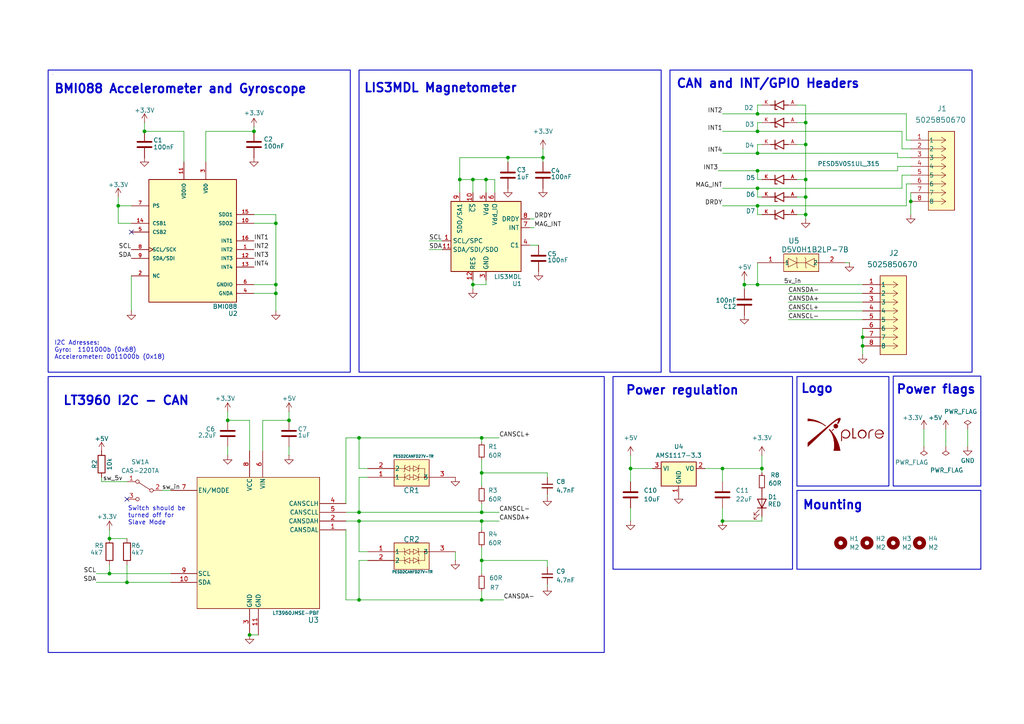
<source format=kicad_sch>
(kicad_sch (version 20231120) (generator "eeschema") (generator_version "8.0")
  (paper "A4")
  (lib_symbols
    (symbol "0_graphic:Xplore_Logo" (pin_numbers hide) (pin_names (offset 0) hide) (in_bom no))
    (symbol "502585670:5025850670" (pin_names (offset 0.254))
      (property "Reference" "J1" (at 13.97 -7.6199 0))
      (property "Value" "5025850670" (at 13.97 -10.1599 0))
      (symbol "5025850670_1_1"
        (pin unspecified line (at 0 0 0) (length 5.08) (name "1") (number "1"))
        (pin unspecified line (at 0 -2.54 0) (length 5.08) (name "2") (number "2"))
        (pin unspecified line (at 0 -5.08 0) (length 5.08) (name "3") (number "3"))
        (pin unspecified line (at 0 -7.62 0) (length 5.08) (name "4") (number "4"))
        (pin unspecified line (at 0 -10.16 0) (length 5.08) (name "5") (number "5"))
        (pin unspecified line (at 0 -12.7 0) (length 5.08) (name "6") (number "6"))
        (pin unspecified line (at 0 -15.24 0) (length 5.08) (name "7") (number "7"))
        (pin unspecified line (at 0 -17.78 0) (length 5.08) (name "8") (number "8"))
      )
      (symbol "5025850670_1_2"
        (pin unspecified line (at 0 0 0) (length 5.08) (name "1") (number "1"))
        (pin unspecified line (at 0 -2.54 0) (length 5.08) (name "2") (number "2"))
        (pin unspecified line (at 0 -5.08 0) (length 5.08) (name "3") (number "3"))
        (pin unspecified line (at 0 -7.62 0) (length 5.08) (name "4") (number "4"))
        (pin unspecified line (at 0 -10.16 0) (length 5.08) (name "5") (number "5"))
        (pin unspecified line (at 0 -12.7 0) (length 5.08) (name "6") (number "6"))
        (pin unspecified line (at 0 -15.24 0) (length 5.08) (name "7") (number "7"))
        (pin unspecified line (at 0 -17.78 0) (length 5.08) (name "8") (number "8"))
      )
    )
    (symbol "BMI088:BMI088" (pin_names (offset 1.016))
      (property "Reference" "U1" (at -7.874 -20.066 0))
      (property "Value" "BMI088" (at -5.588 -22.606 0))
      (symbol "BMI088_0_0"
        (pin bidirectional line (at 17.78 -2.54 180) (length 5.08) (name "INT2") (number "1"))
        (pin output line (at 17.78 5.08 180) (length 5.08) (name "SDO2") (number "10"))
        (pin power_in line (at -2.54 22.86 270) (length 5.08) (name "VDDIO") (number "11"))
        (pin bidirectional line (at 17.78 -5.08 180) (length 5.08) (name "INT3") (number "12"))
        (pin bidirectional line (at 17.78 -7.62 180) (length 5.08) (name "INT4") (number "13"))
        (pin input line (at -17.78 5.08 0) (length 5.08) (name "CSB1") (number "14"))
        (pin output line (at 17.78 7.62 180) (length 5.08) (name "SDO1") (number "15"))
        (pin bidirectional line (at 17.78 0 180) (length 5.08) (name "INT1") (number "16"))
        (pin passive line (at -17.78 -10.16 0) (length 5.08) (name "NC") (number "2"))
        (pin power_in line (at 3.81 22.86 270) (length 5.08) (name "VDD") (number "3"))
        (pin power_in line (at 17.78 -15.24 180) (length 5.08) (name "GNDA") (number "4"))
        (pin input line (at -17.78 2.54 0) (length 5.08) (name "CSB2") (number "5"))
        (pin power_in line (at 17.78 -12.7 180) (length 5.08) (name "GNDIO") (number "6"))
        (pin input line (at -17.78 10.16 0) (length 5.08) (name "PS") (number "7"))
        (pin input clock (at -17.78 -2.54 0) (length 5.08) (name "SCL/SCK") (number "8"))
        (pin bidirectional line (at -17.78 -5.08 0) (length 5.08) (name "SDA/SDI") (number "9"))
      )
    )
    (symbol "D5V0H1B2LP_7B:D5V0H1B2LP-7B" (pin_names (offset 0.254))
      (property "Reference" "U5" (at 10.922 4.064 0))
      (property "Value" "D5V0H1B2LP-7B" (at 2.54 -4.064 0))
      (symbol "D5V0H1B2LP-7B_1_1"
        (pin unspecified line (at 0 0 0) (length 7.62) (name "1") (number "1"))
        (pin unspecified line (at 25.4 0 180) (length 7.62) (name "2") (number "2"))
      )
    )
    (symbol "Device:C" (pin_numbers hide) (pin_names (offset 0.254))
      (property "Reference" "C" (at 0.635 2.54 0))
      (property "Value" "C" (at 0.635 -2.54 0))
      (symbol "C_1_1"
        (pin passive line (at 0 3.81 270) (length 2.794) (name "~") (number "1"))
        (pin passive line (at 0 -3.81 90) (length 2.794) (name "~") (number "2"))
      )
    )
    (symbol "Device:C_Small" (pin_numbers hide) (pin_names (offset 0.254) hide)
      (property "Reference" "C" (at 0.254 1.778 0))
      (property "Value" "C_Small" (at 0.254 -2.032 0))
      (symbol "C_Small_1_1"
        (pin passive line (at 0 2.54 270) (length 2.032) (name "~") (number "1"))
        (pin passive line (at 0 -2.54 90) (length 2.032) (name "~") (number "2"))
      )
    )
    (symbol "Device:LED" (pin_numbers hide) (pin_names (offset 1.016) hide)
      (property "Reference" "D" (at 0 2.54 0))
      (property "Value" "LED" (at 0 -2.54 0))
      (symbol "LED_1_1"
        (pin passive line (at -3.81 0 0) (length 2.54) (name "K") (number "1"))
        (pin passive line (at 3.81 0 180) (length 2.54) (name "A") (number "2"))
      )
    )
    (symbol "Device:R" (pin_numbers hide) (pin_names (offset 0))
      (property "Reference" "R" (at 2.032 0 90))
      (property "Value" "R" (at 0 0 90))
      (symbol "R_1_1"
        (pin passive line (at 0 3.81 270) (length 1.27) (name "~") (number "1"))
        (pin passive line (at 0 -3.81 90) (length 1.27) (name "~") (number "2"))
      )
    )
    (symbol "Device:R_Small" (pin_numbers hide) (pin_names (offset 0.254) hide)
      (property "Reference" "R" (at 0.762 0.508 0))
      (property "Value" "R_Small" (at 0.762 -1.016 0))
      (symbol "R_Small_1_1"
        (pin passive line (at 0 2.54 270) (length 0.762) (name "~") (number "1"))
        (pin passive line (at 0 -2.54 90) (length 0.762) (name "~") (number "2"))
      )
    )
    (symbol "I2C-CAN Bridge:LT3960JMSE-PBF" (pin_names (offset 0.254))
      (property "Reference" "U3" (at 41.656 -34.544 0))
      (property "Value" "LT3960JMSE-PBF" (at 36.576 -36.576 0))
      (symbol "LT3960JMSE-PBF_0_1"
        (pin bidirectional line (at 50.8 -10.16 180) (length 7.62) (name "CANSDAL") (number "1"))
        (pin bidirectional line (at 0 -25.4 0) (length 7.62) (name "SDA") (number "10"))
        (pin power_out line (at 25.4 -40.64 90) (length 7.62) (name "GND") (number "11"))
        (pin bidirectional line (at 50.8 -7.62 180) (length 7.62) (name "CANSDAH") (number "2"))
        (pin power_out line (at 22.86 -40.64 90) (length 7.62) (name "GND") (number "3"))
        (pin bidirectional line (at 50.8 -2.54 180) (length 7.62) (name "CANSCLH") (number "4"))
        (pin bidirectional line (at 50.8 -5.08 180) (length 7.62) (name "CANSCLL") (number "5"))
        (pin power_in line (at 26.67 12.7 270) (length 7.62) (name "VIN") (number "6"))
        (pin input line (at 0 1.27 0) (length 7.62) (name "EN/MODE") (number "7"))
        (pin power_in line (at 22.86 12.7 270) (length 7.62) (name "VCC") (number "8"))
        (pin bidirectional line (at 0 -22.86 0) (length 7.62) (name "SCL") (number "9"))
      )
    )
    (symbol "Mechanical:MountingHole" (pin_names (offset 1.016)) (exclude_from_sim yes) (in_bom no)
      (property "Reference" "H" (at 0 5.08 0))
      (property "Value" "MountingHole" (at 0 3.175 0))
    )
    (symbol "PESD2CANFD27V-TR_1" (pin_names (offset 0.254))
      (property "Reference" "CR1" (at 12.7 -10.16 0))
      (property "Value" "PESD2CANFD27V-TR" (at 12.7 -7.62 0))
      (symbol "PESD2CANFD27V-TR_1_0_1"
        (pin unspecified line (at 0 0 0) (length 7.62) (name "1") (number "1"))
        (pin unspecified line (at 0 -2.54 0) (length 7.62) (name "2") (number "2"))
        (pin unspecified line (at 25.4 0 180) (length 7.62) (name "3") (number "3"))
      )
    )
    (symbol "PESD5V0S1UL_315:PESD5V0S1UL_315" (pin_names (offset 1.016))
      (property "Reference" "D" (at -5.08 2.54 0))
      (property "Value" "PESD5V0S1UL_315" (at -5.08 -3.81 0))
      (symbol "PESD5V0S1UL_315_0_0"
        (pin passive line (at -5.08 0 0) (length 2.54) (name "~") (number "A"))
        (pin passive line (at 5.08 0 180) (length 2.54) (name "~") (number "K"))
      )
    )
    (symbol "PWR_FLAG_1" (power) (pin_numbers hide) (pin_names (offset 0) hide)
      (property "Value" "PWR_FLAG" (at 0 3.81 0))
      (symbol "PWR_FLAG_1_0_0"
        (pin power_out line (at 0 0 90) (length 0) (name "~") (number "1"))
      )
    )
    (symbol "Regulator_Linear:AMS1117-3.3"
      (property "Reference" "U" (at -3.81 3.175 0))
      (property "Value" "AMS1117-3.3" (at 0 3.175 0))
      (symbol "AMS1117-3.3_1_1"
        (pin power_in line (at 0 -7.62 90) (length 2.54) (name "GND") (number "1"))
        (pin power_out line (at 7.62 0 180) (length 2.54) (name "VO") (number "2"))
        (pin power_in line (at -7.62 0 0) (length 2.54) (name "VI") (number "3"))
      )
    )
    (symbol "Sensor_Magnetic:LIS3MDL"
      (property "Reference" "U2" (at 2.1941 -12.7 0))
      (property "Value" "LIS3MDL" (at 2.1941 -15.24 0))
      (symbol "LIS3MDL_1_1"
        (pin input line (at -12.7 -1.27 0) (length 2.54) (name "SCL/SPC") (number "1"))
        (pin input line (at -3.81 12.7 270) (length 2.54) (name "~{CS}") (number "10"))
        (pin bidirectional line (at -12.7 -3.81 0) (length 2.54) (name "SDA/SDI/SDO") (number "11"))
        (pin passive line (at 0 -12.7 90) (length 2.54) hide (name "GND") (number "12"))
        (pin power_in line (at -3.81 -12.7 90) (length 2.54) (name "RES") (number "12"))
        (pin passive line (at 0 -12.7 90) (length 2.54) hide (name "GND") (number "2"))
        (pin power_in line (at 0 -12.7 90) (length 2.54) (name "GND") (number "3"))
        (pin power_out line (at 12.7 -2.54 180) (length 2.54) (name "C1") (number "4"))
        (pin power_in line (at 0 12.7 270) (length 2.54) (name "Vdd") (number "5"))
        (pin power_in line (at 2.54 12.7 270) (length 2.54) (name "Vdd_IO") (number "6"))
        (pin output line (at 12.7 2.54 180) (length 2.54) (name "INT") (number "7"))
        (pin output line (at 12.7 5.08 180) (length 2.54) (name "DRDY") (number "8"))
        (pin bidirectional line (at -7.62 12.7 270) (length 2.54) (name "SDO/SA1") (number "9"))
      )
    )
    (symbol "Switch:SW_DPDT_x2" (pin_names (offset 0) hide)
      (property "Reference" "SW" (at 0 4.318 0))
      (property "Value" "SW_DPDT_x2" (at 0 -5.08 0))
      (symbol "SW_DPDT_x2_1_1"
        (pin passive line (at 5.08 2.54 180) (length 2.54) (name "A") (number "1"))
        (pin passive line (at -5.08 0 0) (length 2.54) (name "B") (number "2"))
        (pin passive line (at 5.08 -2.54 180) (length 2.54) (name "C") (number "3"))
      )
      (symbol "SW_DPDT_x2_2_1"
        (pin passive line (at 5.08 2.54 180) (length 2.54) (name "A") (number "4"))
        (pin passive line (at -5.08 0 0) (length 2.54) (name "B") (number "5"))
        (pin passive line (at 5.08 -2.54 180) (length 2.54) (name "C") (number "6"))
      )
    )
    (symbol "power:+3.3V" (power) (pin_numbers hide) (pin_names (offset 0) hide)
      (property "Value" "+3.3V" (at 0 3.556 0))
      (symbol "+3.3V_1_1"
        (pin power_in line (at 0 0 90) (length 0) (name "~") (number "1"))
      )
    )
    (symbol "power:+5V" (power) (pin_numbers hide) (pin_names (offset 0) hide)
      (property "Value" "+5V" (at 0 3.556 0))
      (symbol "+5V_1_1"
        (pin power_in line (at 0 0 90) (length 0) (name "~") (number "1"))
      )
    )
    (symbol "power:GND" (power) (pin_numbers hide) (pin_names (offset 0) hide)
      (property "Value" "GND" (at 0 -3.81 0))
      (symbol "GND_1_1"
        (pin power_in line (at 0 0 270) (length 0) (name "~") (number "1"))
      )
    )
  )
  (junction (at 157.48 45.72))
  (junction (at 219.71 44.45))
  (junction (at 139.7 162.56))
  (junction (at 215.9 82.55))
  (junction (at 147.32 45.72))
  (junction (at 264.16 58.42))
  (junction (at 219.71 59.69))
  (junction (at 139.7 151.13))
  (junction (at 104.14 127))
  (junction (at 80.01 85.09))
  (junction (at 36.83 168.91))
  (junction (at 140.97 52.07))
  (junction (at 209.55 151.13))
  (junction (at 31.75 156.21))
  (junction (at 139.7 173.99))
  (junction (at 137.16 82.55))
  (junction (at 219.71 38.1))
  (junction (at 219.71 49.53))
  (junction (at 139.7 148.59))
  (junction (at 80.01 64.77))
  (junction (at 219.71 33.02))
  (junction (at 233.68 41.91))
  (junction (at 209.55 135.89))
  (junction (at 104.14 151.13))
  (junction (at 139.7 137.16))
  (junction (at 72.39 184.15))
  (junction (at 104.14 148.59))
  (junction (at 233.68 62.23))
  (junction (at 66.04 121.92))
  (junction (at 137.16 52.07))
  (junction (at 133.35 52.07))
  (junction (at 139.7 127))
  (junction (at 219.71 54.61))
  (junction (at 233.68 57.15))
  (junction (at 250.19 100.33))
  (junction (at 250.19 97.79))
  (junction (at 31.75 166.37))
  (junction (at 233.68 35.56))
  (junction (at 233.68 52.07))
  (junction (at 41.91 38.1))
  (junction (at 220.98 135.89))
  (junction (at 34.29 59.69))
  (junction (at 73.66 38.1))
  (junction (at 219.71 82.55))
  (junction (at 80.01 82.55))
  (junction (at 83.82 121.92))
  (junction (at 182.88 135.89))
  (junction (at 104.14 173.99))
  (no_connect (at 38.1 67.31))
  (no_connect (at 36.83 144.78))
  (wire (pts (xy 80.01 82.55) (xy 80.01 85.09)))
  (wire (pts (xy 59.69 38.1) (xy 73.66 38.1)))
  (wire (pts (xy 139.7 162.56) (xy 158.75 162.56)))
  (wire (pts (xy 260.35 48.26) (xy 264.16 48.26)))
  (wire (pts (xy 100.33 127) (xy 100.33 146.05)))
  (wire (pts (xy 209.55 135.89) (xy 220.98 135.89)))
  (wire (pts (xy 36.83 139.7) (xy 29.464 139.7)))
  (wire (pts (xy 231.14 35.56) (xy 233.68 35.56)))
  (wire (pts (xy 264.16 55.88) (xy 264.16 58.42)))
  (wire (pts (xy 80.01 82.55) (xy 73.66 82.55)))
  (wire (pts (xy 31.75 166.37) (xy 49.53 166.37)))
  (wire (pts (xy 139.7 148.59) (xy 144.78 148.59)))
  (wire (pts (xy 80.01 85.09) (xy 73.66 85.09)))
  (wire (pts (xy 158.75 162.56) (xy 158.75 164.465)))
  (wire (pts (xy 139.7 162.56) (xy 139.7 166.37)))
  (wire (pts (xy 220.98 132.08) (xy 220.98 135.89)))
  (wire (pts (xy 231.14 62.23) (xy 233.68 62.23)))
  (wire (pts (xy 157.48 43.18) (xy 157.48 45.72)))
  (wire (pts (xy 100.33 148.59) (xy 104.14 148.59)))
  (wire (pts (xy 72.39 121.92) (xy 66.04 121.92)))
  (wire (pts (xy 204.47 135.89) (xy 209.55 135.89)))
  (wire (pts (xy 267.97 124.46) (xy 267.97 129.54)))
  (wire (pts (xy 29.464 139.7) (xy 29.464 138.43)))
  (wire (pts (xy 219.71 35.56) (xy 220.98 35.56)))
  (wire (pts (xy 140.97 82.55) (xy 140.97 81.28)))
  (wire (pts (xy 182.88 135.89) (xy 189.23 135.89)))
  (wire (pts (xy 143.51 52.07) (xy 140.97 52.07)))
  (wire (pts (xy 219.71 49.53) (xy 208.28 49.53)))
  (wire (pts (xy 250.19 97.79) (xy 250.19 100.33)))
  (wire (pts (xy 106.68 162.56) (xy 104.14 162.56)))
  (wire (pts (xy 219.71 38.1) (xy 219.71 35.56)))
  (wire (pts (xy 219.71 54.61) (xy 209.55 54.61)))
  (wire (pts (xy 233.68 30.48) (xy 231.14 30.48)))
  (wire (pts (xy 137.16 82.55) (xy 140.97 82.55)))
  (wire (pts (xy 46.99 142.24) (xy 49.53 142.24)))
  (wire (pts (xy 220.98 137.16) (xy 220.98 135.89)))
  (wire (pts (xy 140.97 52.07) (xy 140.97 55.88)))
  (wire (pts (xy 215.9 83.82) (xy 215.9 82.55)))
  (wire (pts (xy 106.68 135.89) (xy 104.14 135.89)))
  (wire (pts (xy 157.48 45.72) (xy 147.32 45.72)))
  (wire (pts (xy 104.14 151.13) (xy 139.7 151.13)))
  (wire (pts (xy 139.7 146.05) (xy 139.7 148.59)))
  (wire (pts (xy 153.67 71.12) (xy 156.21 71.12)))
  (wire (pts (xy 143.51 55.88) (xy 143.51 52.07)))
  (wire (pts (xy 209.55 33.02) (xy 219.71 33.02)))
  (wire (pts (xy 209.55 139.7) (xy 209.55 135.89)))
  (wire (pts (xy 133.35 45.72) (xy 133.35 52.07)))
  (wire (pts (xy 80.01 85.09) (xy 80.01 90.17)))
  (wire (pts (xy 72.39 130.81) (xy 72.39 121.92)))
  (wire (pts (xy 139.7 127) (xy 144.78 127)))
  (wire (pts (xy 147.32 45.72) (xy 133.35 45.72)))
  (wire (pts (xy 231.14 57.15) (xy 233.68 57.15)))
  (wire (pts (xy 219.71 44.45) (xy 219.71 41.91)))
  (wire (pts (xy 219.71 62.23) (xy 220.98 62.23)))
  (wire (pts (xy 233.68 52.07) (xy 233.68 57.15)))
  (wire (pts (xy 137.16 52.07) (xy 137.16 55.88)))
  (wire (pts (xy 261.62 38.1) (xy 261.62 43.18)))
  (wire (pts (xy 219.71 82.55) (xy 219.71 76.2)))
  (wire (pts (xy 104.14 148.59) (xy 139.7 148.59)))
  (wire (pts (xy 219.71 59.69) (xy 262.89 59.69)))
  (wire (pts (xy 250.19 100.33) (xy 250.19 102.87)))
  (wire (pts (xy 34.29 59.69) (xy 38.1 59.69)))
  (wire (pts (xy 219.71 57.15) (xy 219.71 54.61)))
  (wire (pts (xy 73.66 62.23) (xy 80.01 62.23)))
  (wire (pts (xy 104.14 173.99) (xy 139.7 173.99)))
  (wire (pts (xy 219.71 30.48) (xy 219.71 33.02)))
  (wire (pts (xy 27.94 166.37) (xy 31.75 166.37)))
  (wire (pts (xy 219.71 59.69) (xy 209.55 59.69)))
  (wire (pts (xy 139.7 137.16) (xy 139.7 140.97)))
  (wire (pts (xy 139.7 171.45) (xy 139.7 173.99)))
  (wire (pts (xy 73.66 36.83) (xy 73.66 38.1)))
  (wire (pts (xy 83.82 119.38) (xy 83.82 121.92)))
  (wire (pts (xy 104.14 127) (xy 139.7 127)))
  (wire (pts (xy 124.46 69.85) (xy 128.27 69.85)))
  (wire (pts (xy 158.75 137.16) (xy 158.75 138.43)))
  (wire (pts (xy 139.7 133.35) (xy 139.7 137.16)))
  (wire (pts (xy 80.01 64.77) (xy 73.66 64.77)))
  (wire (pts (xy 76.2 121.92) (xy 83.82 121.92)))
  (wire (pts (xy 38.1 80.01) (xy 38.1 90.17)))
  (wire (pts (xy 219.71 62.23) (xy 219.71 59.69)))
  (wire (pts (xy 260.35 49.53) (xy 260.35 48.26)))
  (wire (pts (xy 137.16 83.82) (xy 137.16 82.55)))
  (wire (pts (xy 220.98 149.86) (xy 220.98 151.13)))
  (wire (pts (xy 139.7 137.16) (xy 158.75 137.16)))
  (wire (pts (xy 133.35 52.07) (xy 133.35 55.88)))
  (wire (pts (xy 36.83 163.83) (xy 36.83 168.91)))
  (wire (pts (xy 215.9 82.55) (xy 219.71 82.55)))
  (wire (pts (xy 100.33 173.99) (xy 104.14 173.99)))
  (wire (pts (xy 59.69 38.1) (xy 59.69 46.99)))
  (wire (pts (xy 158.75 143.51) (xy 158.75 144.145)))
  (wire (pts (xy 132.08 160.02) (xy 132.08 162.56)))
  (wire (pts (xy 104.14 151.13) (xy 104.14 160.02)))
  (wire (pts (xy 83.82 132.08) (xy 83.82 129.54)))
  (wire (pts (xy 76.2 130.81) (xy 76.2 121.92)))
  (wire (pts (xy 31.75 156.21) (xy 36.83 156.21)))
  (wire (pts (xy 250.19 95.25) (xy 250.19 97.79)))
  (wire (pts (xy 261.62 43.18) (xy 264.16 43.18)))
  (wire (pts (xy 154.94 63.5) (xy 153.67 63.5)))
  (wire (pts (xy 147.32 45.72) (xy 147.32 46.99)))
  (wire (pts (xy 245.11 76.2) (xy 246.38 76.2)))
  (wire (pts (xy 219.71 38.1) (xy 209.55 38.1)))
  (wire (pts (xy 133.35 52.07) (xy 137.16 52.07)))
  (wire (pts (xy 219.71 82.55) (xy 250.19 82.55)))
  (wire (pts (xy 100.33 151.13) (xy 104.14 151.13)))
  (wire (pts (xy 228.6 87.63) (xy 250.19 87.63)))
  (wire (pts (xy 219.71 52.07) (xy 220.98 52.07)))
  (wire (pts (xy 80.01 64.77) (xy 80.01 82.55)))
  (wire (pts (xy 34.29 64.77) (xy 38.1 64.77)))
  (wire (pts (xy 219.71 30.48) (xy 220.98 30.48)))
  (wire (pts (xy 228.6 90.17) (xy 250.19 90.17)))
  (wire (pts (xy 262.89 40.64) (xy 264.16 40.64)))
  (wire (pts (xy 215.9 81.28) (xy 215.9 82.55)))
  (wire (pts (xy 66.04 119.38) (xy 66.04 121.92)))
  (wire (pts (xy 34.29 57.15) (xy 34.29 59.69)))
  (wire (pts (xy 231.14 52.07) (xy 233.68 52.07)))
  (wire (pts (xy 209.55 147.32) (xy 209.55 151.13)))
  (wire (pts (xy 106.68 160.02) (xy 104.14 160.02)))
  (wire (pts (xy 262.89 33.02) (xy 262.89 40.64)))
  (wire (pts (xy 233.68 62.23) (xy 233.68 63.5)))
  (wire (pts (xy 219.71 33.02) (xy 262.89 33.02)))
  (wire (pts (xy 233.68 52.07) (xy 233.68 41.91)))
  (wire (pts (xy 154.94 66.04) (xy 153.67 66.04)))
  (wire (pts (xy 66.04 129.54) (xy 66.04 132.08)))
  (wire (pts (xy 41.91 35.56) (xy 41.91 38.1)))
  (wire (pts (xy 31.75 163.83) (xy 31.75 166.37)))
  (wire (pts (xy 139.7 158.75) (xy 139.7 162.56)))
  (wire (pts (xy 137.16 81.28) (xy 137.16 82.55)))
  (wire (pts (xy 104.14 162.56) (xy 104.14 173.99)))
  (wire (pts (xy 182.88 132.08) (xy 182.88 135.89)))
  (wire (pts (xy 219.71 52.07) (xy 219.71 49.53)))
  (wire (pts (xy 158.75 169.545) (xy 158.75 170.18)))
  (wire (pts (xy 260.35 45.72) (xy 264.16 45.72)))
  (wire (pts (xy 219.71 44.45) (xy 260.35 44.45)))
  (wire (pts (xy 139.7 173.99) (xy 146.05 173.99)))
  (wire (pts (xy 53.34 38.1) (xy 53.34 46.99)))
  (wire (pts (xy 220.98 151.13) (xy 209.55 151.13)))
  (wire (pts (xy 139.7 151.13) (xy 144.78 151.13)))
  (wire (pts (xy 228.6 85.09) (xy 250.19 85.09)))
  (wire (pts (xy 27.94 168.91) (xy 36.83 168.91)))
  (wire (pts (xy 219.71 54.61) (xy 261.62 54.61)))
  (wire (pts (xy 219.71 38.1) (xy 261.62 38.1)))
  (wire (pts (xy 106.68 138.43) (xy 104.14 138.43)))
  (wire (pts (xy 209.55 44.45) (xy 219.71 44.45)))
  (wire (pts (xy 233.68 57.15) (xy 233.68 62.23)))
  (wire (pts (xy 228.6 92.71) (xy 250.19 92.71)))
  (wire (pts (xy 261.62 50.8) (xy 264.16 50.8)))
  (wire (pts (xy 139.7 151.13) (xy 139.7 153.67)))
  (wire (pts (xy 264.16 62.23) (xy 264.16 58.42)))
  (wire (pts (xy 137.16 52.07) (xy 140.97 52.07)))
  (wire (pts (xy 72.39 184.15) (xy 74.93 184.15)))
  (wire (pts (xy 100.33 127) (xy 104.14 127)))
  (wire (pts (xy 262.89 53.34) (xy 264.16 53.34)))
  (wire (pts (xy 182.88 151.13) (xy 182.88 147.32)))
  (wire (pts (xy 260.35 44.45) (xy 260.35 45.72)))
  (wire (pts (xy 219.71 41.91) (xy 220.98 41.91)))
  (wire (pts (xy 262.89 59.69) (xy 262.89 53.34)))
  (wire (pts (xy 41.91 38.1) (xy 53.34 38.1)))
  (wire (pts (xy 157.48 45.72) (xy 157.48 46.99)))
  (wire (pts (xy 274.32 124.46) (xy 274.32 129.54)))
  (wire (pts (xy 139.7 128.27) (xy 139.7 127)))
  (wire (pts (xy 182.88 139.7) (xy 182.88 135.89)))
  (wire (pts (xy 280.67 124.46) (xy 280.67 129.54)))
  (wire (pts (xy 104.14 127) (xy 104.14 135.89)))
  (wire (pts (xy 100.33 173.99) (xy 100.33 153.67)))
  (wire (pts (xy 231.14 41.91) (xy 233.68 41.91)))
  (wire (pts (xy 219.71 57.15) (xy 220.98 57.15)))
  (wire (pts (xy 124.46 72.39) (xy 128.27 72.39)))
  (wire (pts (xy 36.83 168.91) (xy 49.53 168.91)))
  (wire (pts (xy 233.68 41.91) (xy 233.68 35.56)))
  (wire (pts (xy 261.62 54.61) (xy 261.62 50.8)))
  (wire (pts (xy 233.68 35.56) (xy 233.68 30.48)))
  (wire (pts (xy 31.75 153.67) (xy 31.75 156.21)))
  (wire (pts (xy 104.14 138.43) (xy 104.14 148.59)))
  (wire (pts (xy 80.01 62.23) (xy 80.01 64.77)))
  (wire (pts (xy 34.29 59.69) (xy 34.29 64.77)))
  (wire (pts (xy 219.71 49.53) (xy 260.35 49.53)))
  (rectangle (start 13.97 20.32) (end 101.6 107.95) (stroke (width 0.254)))
  (rectangle (start 231.14 142.24) (end 284.48 165.1) (stroke (width 0.254)))
  (rectangle (start 259.08 109.093) (end 284.48 140.97) (stroke (width 0.254)))
  (rectangle (start 15.24 21.59) (end 15.24 21.59))
  (rectangle (start 231.14 109.22) (end 257.81 140.97) (stroke (width 0.254)))
  (rectangle (start 194.31 20.32) (end 281.94 107.95) (stroke (width 0.254)))
  (rectangle (start 177.8 109.22) (end 229.87 165.1) (stroke (width 0.254)))
  (rectangle (start 13.97 109.22) (end 175.26 189.23) (stroke (width 0.254)))
  (rectangle (start 104.14 20.32) (end 191.77 107.95) (stroke (width 0.254)))
  (text "CAN and INT/GPIO Headers\n\n" (at 222.758 26.416 0) (effects (font (size 2.54 2.54) (thickness 0.508) (bold yes))))
  (text "Power regulation\n" (at 181.356 114.808 0) (effects (font (size 2.54 2.54) (thickness 0.508) (bold yes)) (justify left bottom)))
  (text "I2C Adresses:\nGyro:  1101000b (0x68)\nAccelerometer: 0011000b (0x18)" (at 15.748 101.6 0) (effects (font (size 1.27 1.27)) (justify left)))
  (text "LIS3MDL Magnetometer\n\n" (at 127.762 27.686 0) (effects (font (size 2.54 2.54) (thickness 0.508) (bold yes))))
  (text "Mounting\n" (at 232.664 148.082 0) (effects (font (size 2.54 2.54) (thickness 0.508) (bold yes)) (justify left bottom)))
  (text "Switch should be \nturned off for \nSlave Mode\n" (at 37.084 149.606 0) (effects (font (size 1.27 1.27)) (justify left)))
  (text "LT3960 I2C - CAN\n" (at 36.576 116.332 0) (effects (font (size 2.54 2.54) (thickness 0.508) (bold yes))))
  (text "BMI088 Accelerometer and Gyroscope" (at 52.324 25.908 0) (effects (font (size 2.54 2.54) (thickness 0.508) (bold yes))))
  (text "Power flags" (at 259.842 114.554 0) (effects (font (size 2.54 2.54) (thickness 0.508) (bold yes)) (justify left bottom)))
  (text "Logo" (at 232.156 114.3 0) (effects (font (size 2.54 2.54) (thickness 0.508) (bold yes)) (justify left bottom)))
  (label "CANSCL+" (at 144.78 127 0))
  (label "SDA" (at 38.1 74.93 180))
  (label "INT2" (at 209.55 33.02 180))
  (label "MAG_INT" (at 154.94 66.04 0))
  (label "CANSCL-" (at 228.6 92.71 0))
  (label "CANSDA-" (at 228.6 85.09 0))
  (label "CANSCL+" (at 228.6 90.17 0))
  (label "INT3" (at 73.66 74.93 0))
  (label "INT3" (at 208.28 49.53 180))
  (label "INT4" (at 209.55 44.45 180))
  (label "DRDY" (at 209.55 59.69 180))
  (label "5v_in" (at 227.33 82.55 0))
  (label "CANSDA+" (at 228.6 87.63 0))
  (label "INT1" (at 73.66 69.85 0))
  (label "SCL" (at 38.1 72.39 180))
  (label "SDA" (at 124.46 72.39 0))
  (label "INT4" (at 73.66 77.47 0))
  (label "SDA" (at 27.94 168.91 180))
  (label "sw_in" (at 46.99 142.24 0))
  (label "sw_5v" (at 35.56 139.7 180))
  (label "MAG_INT" (at 209.55 54.61 180))
  (label "CANSDA-" (at 146.05 173.99 0))
  (label "CANSDA+" (at 144.78 151.13 0))
  (label "INT2" (at 73.66 72.39 0))
  (label "SCL" (at 27.94 166.37 180))
  (label "DRDY" (at 154.94 63.5 0))
  (label "INT1" (at 209.55 38.1 180))
  (label "SCL" (at 124.46 69.85 0))
  (label "CANSCL-" (at 144.78 148.59 0))
  (symbol (lib_id "Device:C") (at 147.32 50.8 0) (unit 1)
    (property "Reference" "C3" (at 149.86 49.276 0) (effects (justify left)))
    (property "Value" "1uF" (at 149.86 51.308 0) (effects (justify left)))
    (property "Footprint" "Capacitor_SMD:C_0402_1005Metric" (effects (hide yes)))
    (property "Description" "Unpolarized capacitor" (effects (hide yes)))
  )
  (symbol (lib_id "power:GND") (at 132.08 138.43 0) (unit 1)
    (property "Reference" "#PWR022" (effects (hide yes)))
    (property "Value" "GND" (effects (hide yes)))
    (property "Description" "Power symbol creates a global label with name \"GND\" , ground" (effects (hide yes)))
  )
  (symbol (lib_id "power:GND") (at 209.55 151.13 0) (unit 1)
    (property "Reference" "#PWR038" (effects (hide yes)))
    (property "Value" "GND" (effects (hide yes)))
  )
  (symbol (lib_id "power:GND") (at 41.91 45.72 0) (unit 1)
    (property "Reference" "#PWR05" (effects (hide yes)))
    (property "Value" "GND" (effects (hide yes)))
    (property "Description" "Power symbol creates a global label with name \"GND\" , ground" (effects (hide yes)))
  )
  (symbol (lib_id "power:+3.3V") (at 66.04 119.38 0) (unit 1)
    (property "Reference" "#PWR017" (effects (hide yes)))
    (property "Value" "+3.3V" (at 65.278 115.57 0))
    (property "Description" "Power symbol creates a global label with name \"+3.3V\"" (effects (hide yes)))
  )
  (symbol (lib_id "power:+5V") (at 29.464 130.81 0) (unit 1)
    (property "Reference" "#PWR019" (effects (hide yes)))
    (property "Value" "+5V" (at 29.464 127.254 0))
    (property "Description" "Power symbol creates a global label with name \"+5V\"" (effects (hide yes)))
  )
  (symbol (lib_id "Device:C") (at 215.9 87.63 180) (unit 1)
    (property "Reference" "C12" (at 213.614 88.9 0) (effects (justify left)))
    (property "Value" "100nF" (at 213.614 87.122 0) (effects (justify left)))
    (property "Footprint" "Capacitor_SMD:C_0402_1005Metric" (effects (hide yes)))
    (property "Description" "Unpolarized capacitor" (effects (hide yes)))
  )
  (symbol (lib_id "Device:C") (at 156.21 74.93 0) (unit 1)
    (property "Reference" "C5" (at 158.75 73.66 0) (effects (justify left)))
    (property "Value" "100nF" (at 158.75 75.438 0) (effects (justify left)))
    (property "Footprint" "Capacitor_SMD:C_0402_1005Metric" (effects (hide yes)))
    (property "Description" "Unpolarized capacitor" (effects (hide yes)))
  )
  (symbol (lib_id "Switch:SW_DPDT_x2") (at 41.91 142.24 0) (mirror y) (unit 1)
    (property "Reference" "SW1" (at 40.64 133.985 0))
    (property "Value" "CAS-220TA" (at 40.64 136.525 0))
    (property "Footprint" "0_switch_button:7M25000MAAJT" (effects (hide yes)))
    (property "Datasheet" "https://www.nidec-copal-electronics.com/e/catalog/switch/cas.pdf" (effects (hide yes)))
    (property "Description" "SWITCH SLIDE DPDT 100MA 6V" (effects (hide yes)))
    (property "Manufacturer Part Number" "CAS-220TA" (effects (hide yes)))
    (property "Supplier 1" "Digikey" (effects (hide yes)))
    (property "Supplier Part Number 1" "CAS220JCT-ND" (effects (hide yes)))
    (property "Manufacturer" "Nidec Components Corporation" (effects (hide yes)))
  )
  (symbol (lib_id "Device:R_Small") (at 220.98 139.7 180) (unit 1)
    (property "Reference" "R8" (at 224.79 137.795 0))
    (property "Value" "60R" (at 224.79 140.1826 0))
    (property "Footprint" "Resistor_SMD:R_0402_1005Metric" (effects (hide yes)))
    (property "Distributor" "Mouser" (effects (hide yes)))
    (property "link" "https://www.mouser.ch/ProductDetail/Vishay-Draloric/TNPU060350R0BZEN00?qs=t7xnP681wgWwtWlrkwxO6w%3D%3D" (effects (hide yes)))
  )
  (symbol (lib_id "power:GND") (at 233.68 63.5 0) (unit 1)
    (property "Reference" "#PWR035" (effects (hide yes)))
    (property "Value" "GND" (effects (hide yes)))
    (property "Description" "Power symbol creates a global label with name \"GND\" , ground" (effects (hide yes)))
  )
  (symbol (lib_id "Device:C") (at 41.91 41.91 0) (unit 1)
    (property "Reference" "C1" (at 44.45 40.64 0) (effects (justify left)))
    (property "Value" "100nF" (at 44.45 42.672 0) (effects (justify left)))
    (property "Footprint" "Capacitor_SMD:C_0402_1005Metric" (effects (hide yes)))
    (property "Description" "Unpolarized capacitor" (effects (hide yes)))
  )
  (symbol (lib_id "PESD5V0S1UL_315:PESD5V0S1UL_315") (at 226.06 30.48 180) (unit 1)
    (property "Reference" "D2" (at 217.17 31.242 0))
    (property "Value" "PESD5V0S1UL_315" (effects (hide yes)))
    (property "Footprint" "footprints:DIO_PESD5V0S1UL_315" (effects (hide yes)))
    (property "Datasheet" "https://assets.nexperia.com/documents/data-sheet/PESD5V0S1UL.pdf" (effects (hide yes)))
    (property "MF" "Nexperia USA" (effects (hide yes)))
    (property "Description_1" "20V Clamp 15A (8/20µs) Ipp Tvs Diode Surface Mount DFN1006-2" (effects (hide yes)))
    (property "Package" "DFN1006-2-2 Nexperia USA Inc." (effects (hide yes)))
    (property "Price" "None" (effects (hide yes)))
    (property "MP" "PESD5V0S1UL,315" (effects (hide yes)))
    (property "Availability" "In Stock" (effects (hide yes)))
    (property "Purchase-URL" "https://pricing.snapeda.com/search/part/PESD5V0S1UL,315/?ref=eda" (effects (hide yes)))
  )
  (symbol (lib_id "power:GND") (at 132.08 162.56 0) (unit 1)
    (property "Reference" "#PWR028" (effects (hide yes)))
    (property "Value" "GND" (effects (hide yes)))
    (property "Description" "Power symbol creates a global label with name \"GND\" , ground" (effects (hide yes)))
  )
  (symbol (lib_id "Device:R_Small") (at 139.7 130.81 0) (unit 1)
    (property "Reference" "R1" (at 141.605 129.5399 0) (effects (justify left)))
    (property "Value" "60R" (at 141.605 132.0799 0) (effects (justify left)))
    (property "Footprint" "Resistor_SMD:R_0402_1005Metric" (effects (hide yes)))
    (property "Datasheet" "https://www.vishay.com/docs/20043/crcwhpe3.pdf" (effects (hide yes)))
    (property "Manufacturer ref" "CRCW060360R4FKEAHP" (effects (hide yes)))
    (property "Mouser ref" "71-CRCW060360R4FKEAH" (effects (hide yes)))
  )
  (symbol (lib_id "power:GND") (at 158.75 144.145 0) (unit 1)
    (property "Reference" "#PWR023" (effects (hide yes)))
    (property "Value" "GND" (effects (hide yes)))
  )
  (symbol (lib_id "power:GND") (at 215.9 91.44 0) (unit 1)
    (property "Reference" "#PWR032" (effects (hide yes)))
    (property "Value" "GND" (effects (hide yes)))
    (property "Description" "Power symbol creates a global label with name \"GND\" , ground" (effects (hide yes)))
  )
  (symbol (lib_id "Mechanical:MountingHole") (at 266.7 157.48 180) (unit 1) (exclude_from_sim yes) (in_bom no)
    (property "Reference" "H4" (at 269.24 156.2099 0) (effects (justify right)))
    (property "Value" "M2" (at 269.24 158.7499 0) (effects (justify right)))
    (property "Footprint" "MountingHole:MountingHole_2.2mm_M2" (effects (hide yes)))
    (property "Description" "Mounting Hole without connection" (effects (hide yes)))
  )
  (symbol (lib_id "power:GND") (at 72.39 184.15 0) (unit 1)
    (property "Reference" "#PWR030" (effects (hide yes)))
    (property "Value" "GND" (effects (hide yes)))
  )
  (symbol (lib_id "Mechanical:MountingHole") (at 259.08 157.48 180) (unit 1) (exclude_from_sim yes) (in_bom no)
    (property "Reference" "H3" (at 261.62 156.2099 0) (effects (justify right)))
    (property "Value" "M2" (at 261.62 158.7499 0) (effects (justify right)))
    (property "Footprint" "MountingHole:MountingHole_2.2mm_M2" (effects (hide yes)))
    (property "Description" "Mounting Hole without connection" (effects (hide yes)))
  )
  (symbol (lib_id "Device:C") (at 66.04 125.73 0) (unit 1)
    (property "Reference" "C6" (at 59.69 124.46 0) (effects (justify left)))
    (property "Value" "2.2uF" (at 57.404 126.238 0) (effects (justify left)))
    (property "Footprint" "Capacitor_SMD:C_0402_1005Metric" (effects (hide yes)))
    (property "Description" "Unpolarized capacitor" (effects (hide yes)))
  )
  (symbol (lib_id "PESD5V0S1UL_315:PESD5V0S1UL_315") (at 226.06 57.15 180) (unit 1)
    (property "Reference" "D6" (at 217.678 56.388 0))
    (property "Value" "PESD5V0S1UL_315" (effects (hide yes)))
    (property "Footprint" "footprints:DIO_PESD5V0S1UL_315" (effects (hide yes)))
    (property "Datasheet" "https://assets.nexperia.com/documents/data-sheet/PESD5V0S1UL.pdf" (effects (hide yes)))
    (property "MF" "Nexperia USA" (effects (hide yes)))
    (property "Description_1" "20V Clamp 15A (8/20µs) Ipp Tvs Diode Surface Mount DFN1006-2" (effects (hide yes)))
    (property "Package" "DFN1006-2-2 Nexperia USA Inc." (effects (hide yes)))
    (property "Price" "None" (effects (hide yes)))
    (property "MP" "PESD5V0S1UL,315" (effects (hide yes)))
    (property "Availability" "In Stock" (effects (hide yes)))
    (property "Purchase-URL" "https://pricing.snapeda.com/search/part/PESD5V0S1UL,315/?ref=eda" (effects (hide yes)))
  )
  (symbol (lib_id "power:+3.3V") (at 220.98 132.08 0) (unit 1)
    (property "Reference" "#PWR011" (effects (hide yes)))
    (property "Value" "+3.3V" (at 220.98 127 0))
    (property "Description" "Power symbol creates a global label with name \"+3.3V\"" (effects (hide yes)))
  )
  (symbol (lib_id "power:GND") (at 246.38 76.2 0) (unit 1)
    (property "Reference" "#PWR031" (effects (hide yes)))
    (property "Value" "GND" (effects (hide yes)))
    (property "Description" "Power symbol creates a global label with name \"GND\" , ground" (effects (hide yes)))
  )
  (symbol (lib_id "Device:R_Small") (at 139.7 156.21 0) (unit 1)
    (property "Reference" "R4" (at 141.605 154.9399 0) (effects (justify left)))
    (property "Value" "60R" (at 141.605 157.4799 0) (effects (justify left)))
    (property "Footprint" "Resistor_SMD:R_0402_1005Metric" (effects (hide yes)))
    (property "Datasheet" "https://www.vishay.com/docs/20043/crcwhpe3.pdf" (effects (hide yes)))
    (property "Manufacturer ref" "CRCW060360R4FKEAHP" (effects (hide yes)))
    (property "Mouser ref" "71-CRCW060360R4FKEAH" (effects (hide yes)))
  )
  (symbol (lib_id "power:GND") (at 280.67 129.54 0) (unit 1)
    (property "Reference" "#PWR026" (effects (hide yes)))
    (property "Value" "GND" (at 280.67 133.604 0))
  )
  (symbol (lib_id "power:+3.3V") (at 157.48 43.18 0) (unit 1)
    (property "Reference" "#PWR04" (effects (hide yes)))
    (property "Value" "+3.3V" (at 157.48 38.1 0))
    (property "Description" "Power symbol creates a global label with name \"+3.3V\"" (effects (hide yes)))
  )
  (symbol (lib_id "power:GND") (at 264.16 62.23 0) (unit 1)
    (property "Reference" "#PWR016" (effects (hide yes)))
    (property "Value" "GND" (effects (hide yes)))
    (property "Description" "Power symbol creates a global label with name \"GND\" , ground" (effects (hide yes)))
  )
  (symbol (lib_id "Device:R") (at 29.464 134.62 180) (unit 1)
    (property "Reference" "R2" (at 27.432 134.62 90))
    (property "Value" "10k" (at 31.75 134.62 90))
    (property "Footprint" "Resistor_SMD:R_0402_1005Metric" (effects (hide yes)))
    (property "Description" "Resistor" (effects (hide yes)))
  )
  (symbol (lib_name "PWR_FLAG_1") (lib_id "power:PWR_FLAG") (at 280.67 124.46 0) (unit 1)
    (property "Reference" "#FLG01" (effects (hide yes)))
    (property "Value" "PWR_FLAG" (at 278.638 119.38 0))
    (property "Description" "Special symbol for telling ERC where power comes from" (effects (hide yes)))
  )
  (symbol (lib_name "PESD2CANFD27V-TR_1") (lib_id "PESD2CAN27v:PESD2CANFD27V-TR") (at 106.68 138.43 0) (mirror x) (unit 1)
    (property "Reference" "CR1" (at 119.38 142.24 0) (effects (font (size 1.524 1.524))))
    (property "Value" "PESD2CANFD27V-TR" (at 119.888 132.334 0) (effects (font (size 0.762 0.762))))
    (property "Footprint" "footprints:SOT23_PESD2_NEX" (effects (hide yes)))
    (property "Datasheet" "https://assets.nexperia.com/documents/data-sheet/PESD2CANFD27V-T.pdf" (effects (hide yes)))
  )
  (symbol (lib_id "Regulator_Linear:AMS1117-3.3") (at 196.85 135.89 0) (unit 1)
    (property "Reference" "U4" (at 196.85 129.54 0))
    (property "Value" "AMS1117-3.3" (at 196.85 132.08 0))
    (property "Footprint" "Package_TO_SOT_SMD:SOT-223-3_TabPin2" (effects (hide yes)))
    (property "Datasheet" "http://www.advanced-monolithic.com/pdf/ds1117.pdf" (effects (hide yes)))
    (property "Description" "1A Low Dropout regulator, positive, 3.3V fixed output, SOT-223" (effects (hide yes)))
  )
  (symbol (lib_id "PESD5V0S1UL_315:PESD5V0S1UL_315") (at 226.06 52.07 180) (unit 1)
    (property "Reference" "D5" (at 217.678 51.562 0))
    (property "Value" "PESD5V0S1UL_315" (effects (hide yes)))
    (property "Footprint" "footprints:DIO_PESD5V0S1UL_315" (effects (hide yes)))
    (property "Datasheet" "https://assets.nexperia.com/documents/data-sheet/PESD5V0S1UL.pdf" (effects (hide yes)))
    (property "MF" "Nexperia USA" (effects (hide yes)))
    (property "Description_1" "20V Clamp 15A (8/20µs) Ipp Tvs Diode Surface Mount DFN1006-2" (effects (hide yes)))
    (property "Package" "DFN1006-2-2 Nexperia USA Inc." (effects (hide yes)))
    (property "Price" "None" (effects (hide yes)))
    (property "MP" "PESD5V0S1UL,315" (effects (hide yes)))
    (property "Availability" "In Stock" (effects (hide yes)))
    (property "Purchase-URL" "https://pricing.snapeda.com/search/part/PESD5V0S1UL,315/?ref=eda" (effects (hide yes)))
  )
  (symbol (lib_id "power:GND") (at 156.21 78.74 0) (unit 1)
    (property "Reference" "#PWR012" (effects (hide yes)))
    (property "Value" "GND" (effects (hide yes)))
    (property "Description" "Power symbol creates a global label with name \"GND\" , ground" (effects (hide yes)))
  )
  (symbol (lib_id "power:+5V") (at 215.9 81.28 0) (unit 1)
    (property "Reference" "#PWR02" (effects (hide yes)))
    (property "Value" "+5V" (at 215.9 77.47 0))
    (property "Description" "Power symbol creates a global label with name \"+5V\"" (effects (hide yes)))
  )
  (symbol (lib_id "502585670:5025850670") (at 264.16 40.64 0) (unit 1)
    (property "Reference" "J1" (at 271.78 31.496 0) (effects (font (size 1.524 1.524)) (justify left)))
    (property "Value" "5025850670" (at 265.43 34.798 0) (effects (font (size 1.524 1.524)) (justify left)))
    (property "Footprint" "footprints:CON_5025850670" (effects (hide yes)))
    (property "Datasheet" "https://www.molex.com/en-us/products/part-detail/5025850670?display=pdf" (effects (hide yes)))
  )
  (symbol (lib_id "power:+3.3V") (at 41.91 35.56 0) (unit 1)
    (property "Reference" "#PWR01" (effects (hide yes)))
    (property "Value" "+3.3V" (at 41.91 32.004 0))
    (property "Description" "Power symbol creates a global label with name \"+3.3V\"" (effects (hide yes)))
  )
  (symbol (lib_id "PESD5V0S1UL_315:PESD5V0S1UL_315") (at 226.06 62.23 180) (unit 1)
    (property "Reference" "D7" (at 217.678 61.214 0))
    (property "Value" "PESD5V0S1UL_315" (at 246.126 47.498 0))
    (property "Footprint" "footprints:DIO_PESD5V0S1UL_315" (effects (hide yes)))
    (property "Datasheet" "https://assets.nexperia.com/documents/data-sheet/PESD5V0S1UL.pdf" (effects (hide yes)))
    (property "MF" "Nexperia USA" (effects (hide yes)))
    (property "Description_1" "20V Clamp 15A (8/20µs) Ipp Tvs Diode Surface Mount DFN1006-2" (effects (hide yes)))
    (property "Package" "DFN1006-2-2 Nexperia USA Inc." (effects (hide yes)))
    (property "Price" "None" (effects (hide yes)))
    (property "MP" "PESD5V0S1UL,315" (effects (hide yes)))
    (property "Availability" "In Stock" (effects (hide yes)))
    (property "Purchase-URL" "https://pricing.snapeda.com/search/part/PESD5V0S1UL,315/?ref=eda" (effects (hide yes)))
  )
  (symbol (lib_id "502585670:5025850670") (at 250.19 82.55 0) (unit 1)
    (property "Reference" "J2" (at 257.81 73.406 0) (effects (font (size 1.524 1.524)) (justify left)))
    (property "Value" "5025850670" (at 251.46 76.708 0) (effects (font (size 1.524 1.524)) (justify left)))
    (property "Footprint" "footprints:CON_5025850670" (effects (hide yes)))
    (property "Datasheet" "https://www.molex.com/en-us/products/part-detail/5025850670?display=pdf" (effects (hide yes)))
  )
  (symbol (lib_id "PESD5V0S1UL_315:PESD5V0S1UL_315") (at 226.06 41.91 180) (unit 1)
    (property "Reference" "D4" (at 217.424 42.164 0))
    (property "Value" "PESD5V0S1UL_315" (effects (hide yes)))
    (property "Footprint" "footprints:DIO_PESD5V0S1UL_315" (effects (hide yes)))
    (property "Datasheet" "https://assets.nexperia.com/documents/data-sheet/PESD5V0S1UL.pdf" (effects (hide yes)))
    (property "MF" "Nexperia USA" (effects (hide yes)))
    (property "Description_1" "20V Clamp 15A (8/20µs) Ipp Tvs Diode Surface Mount DFN1006-2" (effects (hide yes)))
    (property "Package" "DFN1006-2-2 Nexperia USA Inc." (effects (hide yes)))
    (property "Price" "None" (effects (hide yes)))
    (property "MP" "PESD5V0S1UL,315" (effects (hide yes)))
    (property "Availability" "In Stock" (effects (hide yes)))
    (property "Purchase-URL" "https://pricing.snapeda.com/search/part/PESD5V0S1UL,315/?ref=eda" (effects (hide yes)))
  )
  (symbol (lib_id "power:GND") (at 250.19 102.87 0) (unit 1)
    (property "Reference" "#PWR010" (effects (hide yes)))
    (property "Value" "GND" (effects (hide yes)))
    (property "Description" "Power symbol creates a global label with name \"GND\" , ground" (effects (hide yes)))
  )
  (symbol (lib_id "power:GND") (at 66.04 132.08 0) (unit 1)
    (property "Reference" "#PWR020" (effects (hide yes)))
    (property "Value" "GND" (effects (hide yes)))
    (property "Description" "Power symbol creates a global label with name \"GND\" , ground" (effects (hide yes)))
  )
  (symbol (lib_id "Mechanical:MountingHole") (at 243.84 157.48 0) (unit 1) (exclude_from_sim yes) (in_bom no)
    (property "Reference" "H1" (at 246.38 156.2099 0) (effects (justify left)))
    (property "Value" "M2" (at 246.38 158.7499 0) (effects (justify left)))
    (property "Footprint" "MountingHole:MountingHole_2.2mm_M2" (effects (hide yes)))
    (property "Description" "Mounting Hole without connection" (effects (hide yes)))
  )
  (symbol (lib_id "Device:R") (at 36.83 160.02 180) (unit 1)
    (property "Reference" "R6" (at 39.37 158.242 0))
    (property "Value" "4k7" (at 39.878 160.274 0))
    (property "Footprint" "Resistor_SMD:R_0402_1005Metric" (effects (hide yes)))
    (property "Description" "Resistor" (effects (hide yes)))
  )
  (symbol (lib_id "power:GND") (at 137.16 83.82 0) (unit 1)
    (property "Reference" "#PWR013" (effects (hide yes)))
    (property "Value" "GND" (effects (hide yes)))
    (property "Description" "Power symbol creates a global label with name \"GND\" , ground" (effects (hide yes)))
  )
  (symbol (lib_id "power:GND") (at 73.66 45.72 0) (unit 1)
    (property "Reference" "#PWR06" (effects (hide yes)))
    (property "Value" "GND" (effects (hide yes)))
    (property "Description" "Power symbol creates a global label with name \"GND\" , ground" (effects (hide yes)))
  )
  (symbol (lib_id "Device:LED") (at 220.98 146.05 270) (mirror x) (unit 1)
    (property "Reference" "D1" (at 225.425 144.145 90) (effects (justify right)))
    (property "Value" "RED" (at 226.5934 146.2278 90) (effects (justify right)))
    (property "Footprint" "LED_SMD:LED_0603_1608Metric" (effects (hide yes)))
    (property "Datasheet" "https://eu.mouser.com/datasheet/2/588/asset_pdf_5183563-3418814.pdf" (effects (hide yes)))
    (property "link" "https://eu.mouser.com/ProductDetail/ams-OSRAM/LS-L296-N2Q1-1?qs=sGAEpiMZZMusoohG2hS%252B1%2Fnw4GcMFzZ2BbiLGnY3lVQ%3D" (effects (hide yes)))
    (property "Distributor" "Mouser" (effects (hide yes)))
  )
  (symbol (lib_id "power:+3.3V") (at 73.66 36.83 0) (unit 1)
    (property "Reference" "#PWR03" (effects (hide yes)))
    (property "Value" "+3.3V" (at 73.66 32.766 0))
    (property "Description" "Power symbol creates a global label with name \"+3.3V\"" (effects (hide yes)))
  )
  (symbol (lib_id "BMI088:BMI088") (at 55.88 69.85 0) (unit 1)
    (property "Reference" "U2" (at 67.564 90.932 0))
    (property "Value" "BMI088" (at 65.278 88.9 0))
    (property "Footprint" "footprints:BMI088" (effects (hide yes)))
    (property "Datasheet" "https://www.mouser.ch/datasheet/2/783/BST_BMI088_DS001-1509549.pdf" (effects (hide yes)))
    (property "MF" "Bosch Sensortec" (effects (hide yes)))
    (property "PURCHASE-URL" "https://pricing.snapeda.com/search/part/BMI088/?ref=eda" (effects (hide yes)))
    (property "PACKAGE" "VFLGA-16 Bosch Sensortec" (effects (hide yes)))
    (property "PRICE" "None" (effects (hide yes)))
    (property "MP" "BMI088" (effects (hide yes)))
    (property "AVAILABILITY" "In Stock" (effects (hide yes)))
    (property "DESCRIPTION" "Accelerometer, Gyroscope, 6 Axis Sensor I²C, SPI Output" (effects (hide yes)))
  )
  (symbol (lib_id "Device:C") (at 73.66 41.91 0) (unit 1)
    (property "Reference" "C2" (at 76.454 40.386 0) (effects (justify left)))
    (property "Value" "100nF" (at 76.454 42.418 0) (effects (justify left)))
    (property "Footprint" "Capacitor_SMD:C_0402_1005Metric" (effects (hide yes)))
    (property "Description" "Unpolarized capacitor" (effects (hide yes)))
  )
  (symbol (lib_id "power:GND") (at 182.88 151.13 0) (unit 1)
    (property "Reference" "#PWR034" (effects (hide yes)))
    (property "Value" "GND" (effects (hide yes)))
  )
  (symbol (lib_id "power:GND") (at 83.82 132.08 0) (unit 1)
    (property "Reference" "#PWR021" (effects (hide yes)))
    (property "Value" "GND" (effects (hide yes)))
    (property "Description" "Power symbol creates a global label with name \"GND\" , ground" (effects (hide yes)))
  )
  (symbol (lib_id "power:GND") (at 196.85 143.51 0) (unit 1)
    (property "Reference" "#PWR033" (effects (hide yes)))
    (property "Value" "GND" (effects (hide yes)))
    (property "Description" "Power symbol creates a global label with name \"GND\" , ground" (effects (hide yes)))
  )
  (symbol (lib_id "Mechanical:MountingHole") (at 251.46 157.48 180) (unit 1) (exclude_from_sim yes) (in_bom no)
    (property "Reference" "H2" (at 254 156.2099 0) (effects (justify right)))
    (property "Value" "M2" (at 254 158.7499 0) (effects (justify right)))
    (property "Footprint" "MountingHole:MountingHole_2.2mm_M2" (effects (hide yes)))
    (property "Description" "Mounting Hole without connection" (effects (hide yes)))
  )
  (symbol (lib_id "I2C-CAN Bridge:LT3960JMSE-PBF") (at 49.53 143.51 0) (unit 1)
    (property "Reference" "U3" (at 90.932 179.832 0) (effects (font (size 1.524 1.524))))
    (property "Value" "LT3960JMSE-PBF" (at 85.852 177.8 0) (effects (font (size 1.016 1.016))))
    (property "Footprint" "footprints:LT3960" (effects (hide yes)))
    (property "Datasheet" "https://www.mouser.ch/datasheet/2/609/lt3960-1921786.pdf" (effects (hide yes)))
  )
  (symbol (lib_name "PWR_FLAG_1") (lib_id "power:PWR_FLAG") (at 267.97 129.54 180) (unit 1)
    (property "Reference" "#FLG02" (effects (hide yes)))
    (property "Value" "PWR_FLAG" (at 264.414 134.112 0))
    (property "Description" "Special symbol for telling ERC where power comes from" (effects (hide yes)))
  )
  (symbol (lib_id "Device:C_Small") (at 158.75 140.97 0) (unit 1)
    (property "Reference" "C8" (at 161.29 139.7 0) (effects (justify left)))
    (property "Value" "4.7nF" (at 161.29 142.24 0) (effects (justify left)))
    (property "Footprint" "Capacitor_SMD:C_0402_1005Metric" (effects (hide yes)))
    (property "Datasheet" "https://www.mouser.ch/datasheet/2/40/cx5r_KGM-3223198.pdf" (effects (hide yes)))
    (property "Mouser ref" "581-0402YD475MAT2A" (effects (hide yes)))
    (property "Manufacturer ref" "0402YD475MAT2A" (effects (hide yes)))
  )
  (symbol (lib_id "power:GND") (at 80.01 90.17 0) (unit 1)
    (property "Reference" "#PWR015" (effects (hide yes)))
    (property "Value" "GND" (effects (hide yes)))
    (property "Description" "Power symbol creates a global label with name \"GND\" , ground" (effects (hide yes)))
  )
  (symbol (lib_id "Device:R_Small") (at 139.7 168.91 180) (unit 1)
    (property "Reference" "R7" (at 144.78 170.434 0) (effects (justify left)))
    (property "Value" "60R" (at 145.796 167.64 0) (effects (justify left)))
    (property "Footprint" "Resistor_SMD:R_0402_1005Metric" (effects (hide yes)))
    (property "Datasheet" "https://www.vishay.com/docs/20043/crcwhpe3.pdf" (effects (hide yes)))
    (property "Manufacturer ref" "CRCW060360R4FKEAHP" (effects (hide yes)))
    (property "Mouser ref" "71-CRCW060360R4FKEAH" (effects (hide yes)))
  )
  (symbol (lib_id "Sensor_Magnetic:LIS3MDL") (at 140.97 68.58 0) (unit 1)
    (property "Reference" "U1" (at 148.59 82.296 0) (effects (justify left)))
    (property "Value" "LIS3MDL" (at 143.256 80.264 0) (effects (justify left)))
    (property "Footprint" "Package_LGA:LGA-12_2x2mm_P0.5mm" (effects (hide yes)))
    (property "Datasheet" "https://www.st.com/resource/en/datasheet/lis3mdl.pdf" (effects (hide yes)))
    (property "Description" "Ultra-low-power, 3-axis digital output magnetometer, LGA-12" (effects (hide yes)))
  )
  (symbol (lib_id "power:GND") (at 147.32 54.61 0) (unit 1)
    (property "Reference" "#PWR07" (effects (hide yes)))
    (property "Value" "GND" (effects (hide yes)))
    (property "Description" "Power symbol creates a global label with name \"GND\" , ground" (effects (hide yes)))
  )
  (symbol (lib_id "Device:C_Small") (at 158.75 167.005 0) (unit 1)
    (property "Reference" "C9" (at 161.29 165.735 0) (effects (justify left)))
    (property "Value" "4.7nF" (at 161.29 168.275 0) (effects (justify left)))
    (property "Footprint" "Capacitor_SMD:C_0402_1005Metric" (effects (hide yes)))
    (property "Datasheet" "https://www.mouser.ch/datasheet/2/40/cx5r_KGM-3223198.pdf" (effects (hide yes)))
    (property "Mouser ref" "581-0402YD475MAT2A" (effects (hide yes)))
    (property "Manufacturer ref" "0402YD475MAT2A" (effects (hide yes)))
  )
  (symbol (lib_id "Device:R") (at 31.75 160.02 0) (unit 1)
    (property "Reference" "R5" (at 27.432 158.242 0) (effects (justify left)))
    (property "Value" "4k7" (at 26.162 160.274 0) (effects (justify left)))
    (property "Footprint" "Resistor_SMD:R_0402_1005Metric" (effects (hide yes)))
    (property "Description" "Resistor" (effects (hide yes)))
  )
  (symbol (lib_id "power:+3.3V") (at 31.75 153.67 0) (unit 1)
    (property "Reference" "#PWR027" (effects (hide yes)))
    (property "Value" "+3.3V" (at 30.988 149.86 0))
    (property "Description" "Power symbol creates a global label with name \"+3.3V\"" (effects (hide yes)))
  )
  (symbol (lib_id "power:+3.3V") (at 267.97 124.46 0) (unit 1)
    (property "Reference" "#PWR024" (effects (hide yes)))
    (property "Value" "+3.3V" (at 264.668 121.158 0))
    (property "Description" "Power symbol creates a global label with name \"+3.3V\"" (effects (hide yes)))
  )
  (symbol (lib_id "power:GND") (at 157.48 54.61 0) (unit 1)
    (property "Reference" "#PWR08" (effects (hide yes)))
    (property "Value" "GND" (effects (hide yes)))
    (property "Description" "Power symbol creates a global label with name \"GND\" , ground" (effects (hide yes)))
  )
  (symbol (lib_id "power:+3.3V") (at 34.29 57.15 0) (unit 1)
    (property "Reference" "#PWR09" (effects (hide yes)))
    (property "Value" "+3.3V" (at 34.29 53.594 0))
    (property "Description" "Power symbol creates a global label with name \"+3.3V\"" (effects (hide yes)))
  )
  (symbol (lib_id "power:GND") (at 38.1 90.17 0) (unit 1)
    (property "Reference" "#PWR014" (effects (hide yes)))
    (property "Value" "GND" (effects (hide yes)))
    (property "Description" "Power symbol creates a global label with name \"GND\" , ground" (effects (hide yes)))
  )
  (symbol (lib_id "Device:C") (at 157.48 50.8 0) (unit 1)
    (property "Reference" "C4" (at 159.766 49.53 0) (effects (justify left)))
    (property "Value" "100nF" (at 159.766 51.308 0) (effects (justify left)))
    (property "Footprint" "Capacitor_SMD:C_0402_1005Metric" (effects (hide yes)))
    (property "Description" "Unpolarized capacitor" (effects (hide yes)))
  )
  (symbol (lib_id "Device:C") (at 209.55 143.51 0) (unit 1)
    (property "Reference" "C11" (at 213.36 142.2399 0) (effects (justify left)))
    (property "Value" "22uF" (at 213.36 144.7799 0) (effects (justify left)))
    (property "Footprint" "Capacitor_SMD:C_0402_1005Metric" (effects (hide yes)))
    (property "Description" "Unpolarized capacitor" (effects (hide yes)))
  )
  (symbol (lib_id "Device:R_Small") (at 139.7 143.51 0) (unit 1)
    (property "Reference" "R3" (at 141.605 142.2399 0) (effects (justify left)))
    (property "Value" "60R" (at 141.605 144.7799 0) (effects (justify left)))
    (property "Footprint" "Resistor_SMD:R_0402_1005Metric" (effects (hide yes)))
    (property "Datasheet" "https://www.vishay.com/docs/20043/crcwhpe3.pdf" (effects (hide yes)))
    (property "Manufacturer ref" "CRCW060360R4FKEAHP" (effects (hide yes)))
    (property "Mouser ref" "71-CRCW060360R4FKEAH" (effects (hide yes)))
  )
  (symbol (lib_name "PESD2CANFD27V-TR_1") (lib_id "PESD2CAN27v:PESD2CANFD27V-TR") (at 106.68 160.02 0) (unit 1)
    (property "Reference" "CR2" (at 119.38 156.464 0) (effects (font (size 1.524 1.524))))
    (property "Value" "PESD2CANFD27V-TR" (at 119.634 165.862 0) (effects (font (size 0.762 0.762))))
    (property "Footprint" "footprints:SOT23_PESD2_NEX" (effects (hide yes)))
    (property "Datasheet" "https://assets.nexperia.com/documents/data-sheet/PESD2CANFD27V-T.pdf" (effects (hide yes)))
  )
  (symbol (lib_name "PWR_FLAG_1") (lib_id "power:PWR_FLAG") (at 274.32 129.54 180) (unit 1)
    (property "Reference" "#FLG03" (effects (hide yes)))
    (property "Value" "PWR_FLAG" (at 274.574 136.398 0))
    (property "Description" "Special symbol for telling ERC where power comes from" (effects (hide yes)))
  )
  (symbol (lib_id "0_graphic:Xplore_Logo") (at 245.11 129.54 0) (unit 1) (in_bom no)
    (property "Reference" "G1" (effects (hide yes)))
    (property "Value" "Xplore_Logo" (effects (hide yes)))
    (property "Footprint" "footprints:Xplore_Logo_X_only_10mm" (effects (hide yes)))
  )
  (symbol (lib_id "Device:C") (at 182.88 143.51 0) (unit 1)
    (property "Reference" "C10" (at 186.69 142.2399 0) (effects (justify left)))
    (property "Value" "10uF" (at 186.69 144.7799 0) (effects (justify left)))
    (property "Footprint" "Capacitor_SMD:C_0402_1005Metric" (effects (hide yes)))
    (property "Description" "Unpolarized capacitor" (effects (hide yes)))
  )
  (symbol (lib_id "power:+5V") (at 83.82 119.38 0) (unit 1)
    (property "Reference" "#PWR018" (effects (hide yes)))
    (property "Value" "+5V" (at 83.82 115.57 0))
    (property "Description" "Power symbol creates a global label with name \"+5V\"" (effects (hide yes)))
  )
  (symbol (lib_id "D5V0H1B2LP_7B:D5V0H1B2LP-7B") (at 219.71 76.2 0) (unit 1)
    (property "Reference" "U5" (at 228.6 69.85 0) (effects (font (size 1.524 1.524)) (justify left)))
    (property "Value" "D5V0H1B2LP-7B" (at 226.568 72.39 0) (effects (font (size 1.524 1.524)) (justify left)))
    (property "Footprint" "footprints:D5V0H1B2LP_7B" (effects (hide yes)))
    (property "Datasheet" "https://www.diodes.com/assets/Datasheets/D5V0H1B2LP.pdf" (effects (hide yes)))
  )
  (symbol (lib_id "power:GND") (at 158.75 170.18 0) (unit 1)
    (property "Reference" "#PWR029" (effects (hide yes)))
    (property "Value" "GND" (effects (hide yes)))
  )
  (symbol (lib_id "power:+5V") (at 274.32 124.46 0) (unit 1)
    (property "Reference" "#PWR025" (effects (hide yes)))
    (property "Value" "+5V" (at 271.272 121.158 0))
    (property "Description" "Power symbol creates a global label with name \"+5V\"" (effects (hide yes)))
  )
  (symbol (lib_id "Device:C") (at 83.82 125.73 0) (unit 1)
    (property "Reference" "C7" (at 86.36 124.46 0) (effects (justify left)))
    (property "Value" "1uF" (at 86.36 126.238 0) (effects (justify left)))
    (property "Footprint" "Capacitor_SMD:C_0402_1005Metric" (effects (hide yes)))
    (property "Description" "Unpolarized capacitor" (effects (hide yes)))
  )
  (symbol (lib_id "power:+5V") (at 182.88 132.08 0) (unit 1)
    (property "Reference" "#PWR036" (effects (hide yes)))
    (property "Value" "+5V" (at 182.88 127 0))
    (property "Description" "Power symbol creates a global label with name \"+5V\"" (effects (hide yes)))
  )
  (symbol (lib_id "PESD5V0S1UL_315:PESD5V0S1UL_315") (at 226.06 35.56 180) (unit 1)
    (property "Reference" "D3" (at 217.424 36.068 0))
    (property "Value" "PESD5V0S1UL_315" (effects (hide yes)))
    (property "Footprint" "footprints:DIO_PESD5V0S1UL_315" (effects (hide yes)))
    (property "Datasheet" "https://assets.nexperia.com/documents/data-sheet/PESD5V0S1UL.pdf" (effects (hide yes)))
    (property "MF" "Nexperia USA" (effects (hide yes)))
    (property "Description_1" "20V Clamp 15A (8/20µs) Ipp Tvs Diode Surface Mount DFN1006-2" (effects (hide yes)))
    (property "Package" "DFN1006-2-2 Nexperia USA Inc." (effects (hide yes)))
    (property "Price" "None" (effects (hide yes)))
    (property "MP" "PESD5V0S1UL,315" (effects (hide yes)))
    (property "Availability" "In Stock" (effects (hide yes)))
    (property "Purchase-URL" "https://pricing.snapeda.com/search/part/PESD5V0S1UL,315/?ref=eda" (effects (hide yes)))
  )
)
</source>
